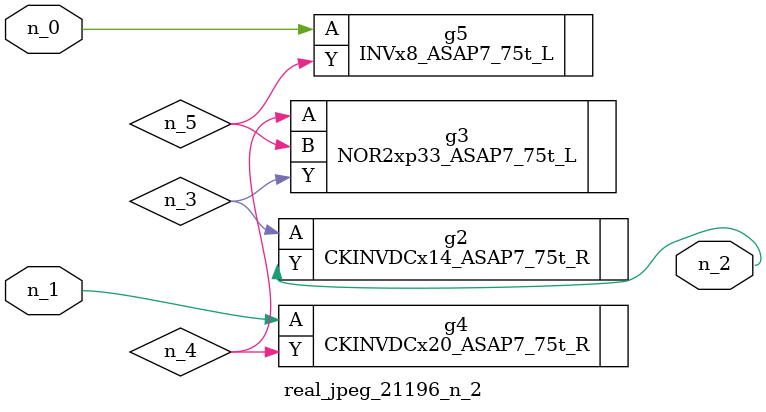
<source format=v>
module real_jpeg_21196_n_2 (n_1, n_0, n_2);

input n_1;
input n_0;

output n_2;

wire n_5;
wire n_4;
wire n_3;

INVx8_ASAP7_75t_L g5 ( 
.A(n_0),
.Y(n_5)
);

CKINVDCx20_ASAP7_75t_R g4 ( 
.A(n_1),
.Y(n_4)
);

CKINVDCx14_ASAP7_75t_R g2 ( 
.A(n_3),
.Y(n_2)
);

NOR2xp33_ASAP7_75t_L g3 ( 
.A(n_4),
.B(n_5),
.Y(n_3)
);


endmodule
</source>
